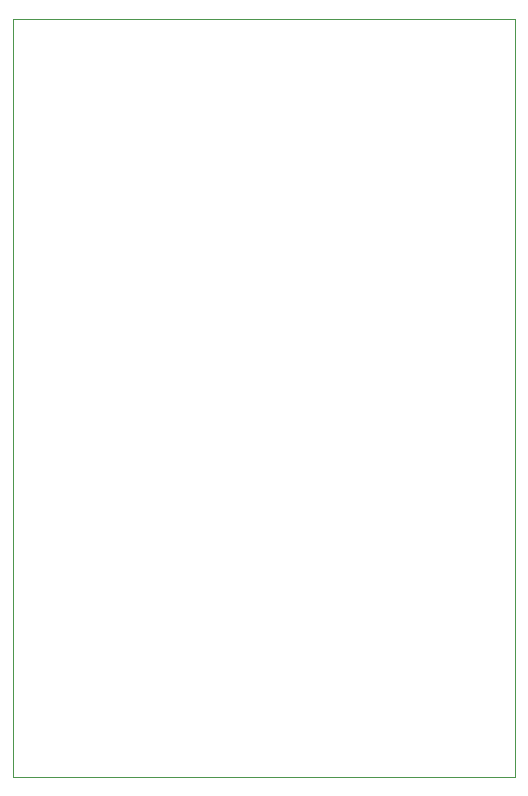
<source format=gbr>
%TF.GenerationSoftware,KiCad,Pcbnew,(5.1.10)-1*%
%TF.CreationDate,2022-02-19T10:08:03+01:00*%
%TF.ProjectId,Busterm,42757374-6572-46d2-9e6b-696361645f70,rev?*%
%TF.SameCoordinates,Original*%
%TF.FileFunction,Profile,NP*%
%FSLAX46Y46*%
G04 Gerber Fmt 4.6, Leading zero omitted, Abs format (unit mm)*
G04 Created by KiCad (PCBNEW (5.1.10)-1) date 2022-02-19 10:08:03*
%MOMM*%
%LPD*%
G01*
G04 APERTURE LIST*
%TA.AperFunction,Profile*%
%ADD10C,0.050000*%
%TD*%
G04 APERTURE END LIST*
D10*
X71755000Y-120650000D02*
X71755000Y-184785000D01*
X73025000Y-120650000D02*
X71755000Y-120650000D01*
X114300000Y-120650000D02*
X73025000Y-120650000D01*
X114300000Y-184785000D02*
X114300000Y-120650000D01*
X71755000Y-184785000D02*
X114300000Y-184785000D01*
M02*

</source>
